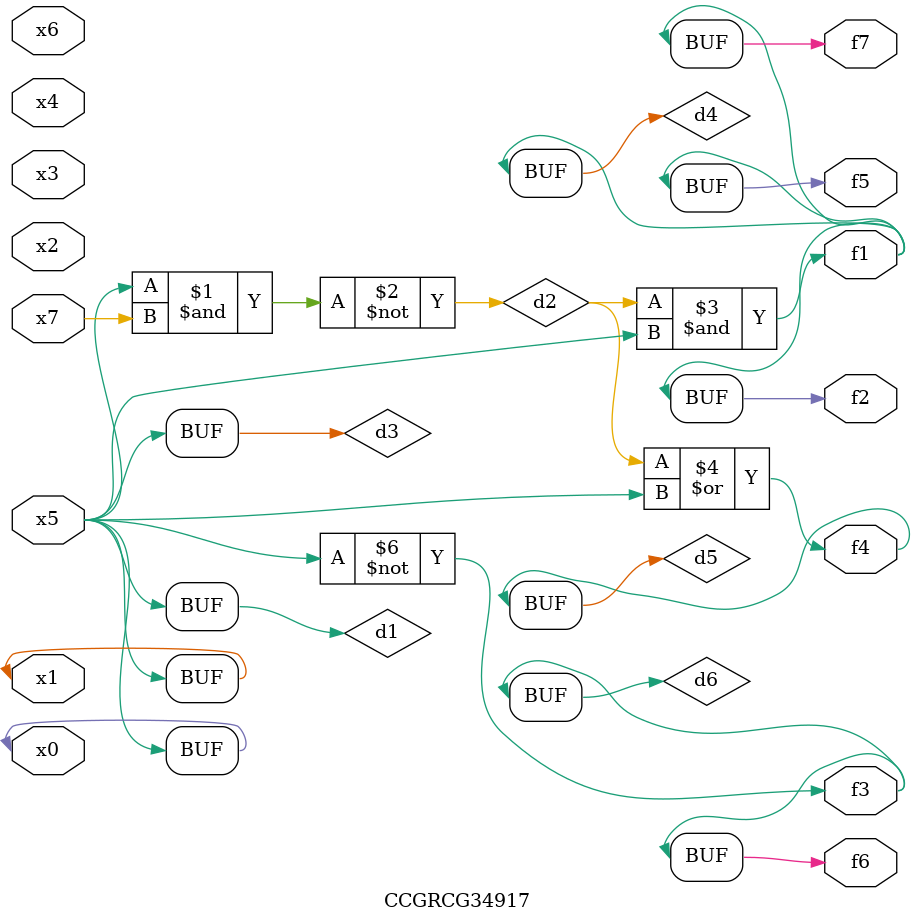
<source format=v>
module CCGRCG34917(
	input x0, x1, x2, x3, x4, x5, x6, x7,
	output f1, f2, f3, f4, f5, f6, f7
);

	wire d1, d2, d3, d4, d5, d6;

	buf (d1, x0, x5);
	nand (d2, x5, x7);
	buf (d3, x0, x1);
	and (d4, d2, d3);
	or (d5, d2, d3);
	nor (d6, d1, d3);
	assign f1 = d4;
	assign f2 = d4;
	assign f3 = d6;
	assign f4 = d5;
	assign f5 = d4;
	assign f6 = d6;
	assign f7 = d4;
endmodule

</source>
